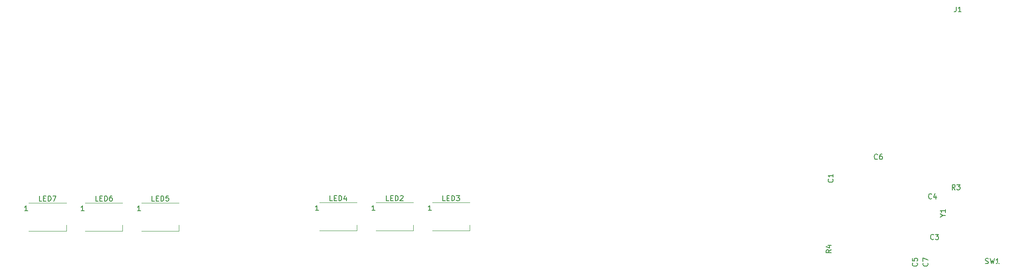
<source format=gbr>
%TF.GenerationSoftware,KiCad,Pcbnew,(6.99.0-5337-gc57e6db79a-dirty)*%
%TF.CreationDate,2023-01-13T11:17:16-05:00*%
%TF.ProjectId,hhkb,68686b62-2e6b-4696-9361-645f70636258,rev?*%
%TF.SameCoordinates,Original*%
%TF.FileFunction,Legend,Top*%
%TF.FilePolarity,Positive*%
%FSLAX46Y46*%
G04 Gerber Fmt 4.6, Leading zero omitted, Abs format (unit mm)*
G04 Created by KiCad (PCBNEW (6.99.0-5337-gc57e6db79a-dirty)) date 2023-01-13 11:17:16*
%MOMM*%
%LPD*%
G01*
G04 APERTURE LIST*
%ADD10C,0.150000*%
%ADD11C,0.120000*%
%ADD12R,1.500000X1.000000*%
%ADD13O,1.070000X1.800000*%
%ADD14R,1.070000X1.800000*%
%ADD15C,1.750000*%
%ADD16C,3.987800*%
%ADD17C,3.048000*%
%TA.AperFunction,Profile*%
%ADD18C,0.150000*%
%TD*%
G04 APERTURE END LIST*
D10*
%TO.C,LED2*%
X166170952Y-83887380D02*
X165694762Y-83887380D01*
X165694762Y-83887380D02*
X165694762Y-82887380D01*
X166504286Y-83363571D02*
X166837619Y-83363571D01*
X166980476Y-83887380D02*
X166504286Y-83887380D01*
X166504286Y-83887380D02*
X166504286Y-82887380D01*
X166504286Y-82887380D02*
X166980476Y-82887380D01*
X167409048Y-83887380D02*
X167409048Y-82887380D01*
X167409048Y-82887380D02*
X167647143Y-82887380D01*
X167647143Y-82887380D02*
X167790000Y-82935000D01*
X167790000Y-82935000D02*
X167885238Y-83030238D01*
X167885238Y-83030238D02*
X167932857Y-83125476D01*
X167932857Y-83125476D02*
X167980476Y-83315952D01*
X167980476Y-83315952D02*
X167980476Y-83458809D01*
X167980476Y-83458809D02*
X167932857Y-83649285D01*
X167932857Y-83649285D02*
X167885238Y-83744523D01*
X167885238Y-83744523D02*
X167790000Y-83839761D01*
X167790000Y-83839761D02*
X167647143Y-83887380D01*
X167647143Y-83887380D02*
X167409048Y-83887380D01*
X168361429Y-82982619D02*
X168409048Y-82935000D01*
X168409048Y-82935000D02*
X168504286Y-82887380D01*
X168504286Y-82887380D02*
X168742381Y-82887380D01*
X168742381Y-82887380D02*
X168837619Y-82935000D01*
X168837619Y-82935000D02*
X168885238Y-82982619D01*
X168885238Y-82982619D02*
X168932857Y-83077857D01*
X168932857Y-83077857D02*
X168932857Y-83173095D01*
X168932857Y-83173095D02*
X168885238Y-83315952D01*
X168885238Y-83315952D02*
X168313810Y-83887380D01*
X168313810Y-83887380D02*
X168932857Y-83887380D01*
X163425714Y-85787380D02*
X162854286Y-85787380D01*
X163140000Y-85787380D02*
X163140000Y-84787380D01*
X163140000Y-84787380D02*
X163044762Y-84930238D01*
X163044762Y-84930238D02*
X162949524Y-85025476D01*
X162949524Y-85025476D02*
X162854286Y-85073095D01*
%TO.C,LED3*%
X177170952Y-83887380D02*
X176694762Y-83887380D01*
X176694762Y-83887380D02*
X176694762Y-82887380D01*
X177504286Y-83363571D02*
X177837619Y-83363571D01*
X177980476Y-83887380D02*
X177504286Y-83887380D01*
X177504286Y-83887380D02*
X177504286Y-82887380D01*
X177504286Y-82887380D02*
X177980476Y-82887380D01*
X178409048Y-83887380D02*
X178409048Y-82887380D01*
X178409048Y-82887380D02*
X178647143Y-82887380D01*
X178647143Y-82887380D02*
X178790000Y-82935000D01*
X178790000Y-82935000D02*
X178885238Y-83030238D01*
X178885238Y-83030238D02*
X178932857Y-83125476D01*
X178932857Y-83125476D02*
X178980476Y-83315952D01*
X178980476Y-83315952D02*
X178980476Y-83458809D01*
X178980476Y-83458809D02*
X178932857Y-83649285D01*
X178932857Y-83649285D02*
X178885238Y-83744523D01*
X178885238Y-83744523D02*
X178790000Y-83839761D01*
X178790000Y-83839761D02*
X178647143Y-83887380D01*
X178647143Y-83887380D02*
X178409048Y-83887380D01*
X179313810Y-82887380D02*
X179932857Y-82887380D01*
X179932857Y-82887380D02*
X179599524Y-83268333D01*
X179599524Y-83268333D02*
X179742381Y-83268333D01*
X179742381Y-83268333D02*
X179837619Y-83315952D01*
X179837619Y-83315952D02*
X179885238Y-83363571D01*
X179885238Y-83363571D02*
X179932857Y-83458809D01*
X179932857Y-83458809D02*
X179932857Y-83696904D01*
X179932857Y-83696904D02*
X179885238Y-83792142D01*
X179885238Y-83792142D02*
X179837619Y-83839761D01*
X179837619Y-83839761D02*
X179742381Y-83887380D01*
X179742381Y-83887380D02*
X179456667Y-83887380D01*
X179456667Y-83887380D02*
X179361429Y-83839761D01*
X179361429Y-83839761D02*
X179313810Y-83792142D01*
X174425714Y-85787380D02*
X173854286Y-85787380D01*
X174140000Y-85787380D02*
X174140000Y-84787380D01*
X174140000Y-84787380D02*
X174044762Y-84930238D01*
X174044762Y-84930238D02*
X173949524Y-85025476D01*
X173949524Y-85025476D02*
X173854286Y-85073095D01*
%TO.C,LED7*%
X98455952Y-83937380D02*
X97979762Y-83937380D01*
X97979762Y-83937380D02*
X97979762Y-82937380D01*
X98789286Y-83413571D02*
X99122619Y-83413571D01*
X99265476Y-83937380D02*
X98789286Y-83937380D01*
X98789286Y-83937380D02*
X98789286Y-82937380D01*
X98789286Y-82937380D02*
X99265476Y-82937380D01*
X99694048Y-83937380D02*
X99694048Y-82937380D01*
X99694048Y-82937380D02*
X99932143Y-82937380D01*
X99932143Y-82937380D02*
X100075000Y-82985000D01*
X100075000Y-82985000D02*
X100170238Y-83080238D01*
X100170238Y-83080238D02*
X100217857Y-83175476D01*
X100217857Y-83175476D02*
X100265476Y-83365952D01*
X100265476Y-83365952D02*
X100265476Y-83508809D01*
X100265476Y-83508809D02*
X100217857Y-83699285D01*
X100217857Y-83699285D02*
X100170238Y-83794523D01*
X100170238Y-83794523D02*
X100075000Y-83889761D01*
X100075000Y-83889761D02*
X99932143Y-83937380D01*
X99932143Y-83937380D02*
X99694048Y-83937380D01*
X100598810Y-82937380D02*
X101265476Y-82937380D01*
X101265476Y-82937380D02*
X100836905Y-83937380D01*
X95710714Y-85837380D02*
X95139286Y-85837380D01*
X95425000Y-85837380D02*
X95425000Y-84837380D01*
X95425000Y-84837380D02*
X95329762Y-84980238D01*
X95329762Y-84980238D02*
X95234524Y-85075476D01*
X95234524Y-85075476D02*
X95139286Y-85123095D01*
%TO.C,LED5*%
X120455952Y-83937380D02*
X119979762Y-83937380D01*
X119979762Y-83937380D02*
X119979762Y-82937380D01*
X120789286Y-83413571D02*
X121122619Y-83413571D01*
X121265476Y-83937380D02*
X120789286Y-83937380D01*
X120789286Y-83937380D02*
X120789286Y-82937380D01*
X120789286Y-82937380D02*
X121265476Y-82937380D01*
X121694048Y-83937380D02*
X121694048Y-82937380D01*
X121694048Y-82937380D02*
X121932143Y-82937380D01*
X121932143Y-82937380D02*
X122075000Y-82985000D01*
X122075000Y-82985000D02*
X122170238Y-83080238D01*
X122170238Y-83080238D02*
X122217857Y-83175476D01*
X122217857Y-83175476D02*
X122265476Y-83365952D01*
X122265476Y-83365952D02*
X122265476Y-83508809D01*
X122265476Y-83508809D02*
X122217857Y-83699285D01*
X122217857Y-83699285D02*
X122170238Y-83794523D01*
X122170238Y-83794523D02*
X122075000Y-83889761D01*
X122075000Y-83889761D02*
X121932143Y-83937380D01*
X121932143Y-83937380D02*
X121694048Y-83937380D01*
X123170238Y-82937380D02*
X122694048Y-82937380D01*
X122694048Y-82937380D02*
X122646429Y-83413571D01*
X122646429Y-83413571D02*
X122694048Y-83365952D01*
X122694048Y-83365952D02*
X122789286Y-83318333D01*
X122789286Y-83318333D02*
X123027381Y-83318333D01*
X123027381Y-83318333D02*
X123122619Y-83365952D01*
X123122619Y-83365952D02*
X123170238Y-83413571D01*
X123170238Y-83413571D02*
X123217857Y-83508809D01*
X123217857Y-83508809D02*
X123217857Y-83746904D01*
X123217857Y-83746904D02*
X123170238Y-83842142D01*
X123170238Y-83842142D02*
X123122619Y-83889761D01*
X123122619Y-83889761D02*
X123027381Y-83937380D01*
X123027381Y-83937380D02*
X122789286Y-83937380D01*
X122789286Y-83937380D02*
X122694048Y-83889761D01*
X122694048Y-83889761D02*
X122646429Y-83842142D01*
X117710714Y-85837380D02*
X117139286Y-85837380D01*
X117425000Y-85837380D02*
X117425000Y-84837380D01*
X117425000Y-84837380D02*
X117329762Y-84980238D01*
X117329762Y-84980238D02*
X117234524Y-85075476D01*
X117234524Y-85075476D02*
X117139286Y-85123095D01*
%TO.C,LED6*%
X109455952Y-83937380D02*
X108979762Y-83937380D01*
X108979762Y-83937380D02*
X108979762Y-82937380D01*
X109789286Y-83413571D02*
X110122619Y-83413571D01*
X110265476Y-83937380D02*
X109789286Y-83937380D01*
X109789286Y-83937380D02*
X109789286Y-82937380D01*
X109789286Y-82937380D02*
X110265476Y-82937380D01*
X110694048Y-83937380D02*
X110694048Y-82937380D01*
X110694048Y-82937380D02*
X110932143Y-82937380D01*
X110932143Y-82937380D02*
X111075000Y-82985000D01*
X111075000Y-82985000D02*
X111170238Y-83080238D01*
X111170238Y-83080238D02*
X111217857Y-83175476D01*
X111217857Y-83175476D02*
X111265476Y-83365952D01*
X111265476Y-83365952D02*
X111265476Y-83508809D01*
X111265476Y-83508809D02*
X111217857Y-83699285D01*
X111217857Y-83699285D02*
X111170238Y-83794523D01*
X111170238Y-83794523D02*
X111075000Y-83889761D01*
X111075000Y-83889761D02*
X110932143Y-83937380D01*
X110932143Y-83937380D02*
X110694048Y-83937380D01*
X112122619Y-82937380D02*
X111932143Y-82937380D01*
X111932143Y-82937380D02*
X111836905Y-82985000D01*
X111836905Y-82985000D02*
X111789286Y-83032619D01*
X111789286Y-83032619D02*
X111694048Y-83175476D01*
X111694048Y-83175476D02*
X111646429Y-83365952D01*
X111646429Y-83365952D02*
X111646429Y-83746904D01*
X111646429Y-83746904D02*
X111694048Y-83842142D01*
X111694048Y-83842142D02*
X111741667Y-83889761D01*
X111741667Y-83889761D02*
X111836905Y-83937380D01*
X111836905Y-83937380D02*
X112027381Y-83937380D01*
X112027381Y-83937380D02*
X112122619Y-83889761D01*
X112122619Y-83889761D02*
X112170238Y-83842142D01*
X112170238Y-83842142D02*
X112217857Y-83746904D01*
X112217857Y-83746904D02*
X112217857Y-83508809D01*
X112217857Y-83508809D02*
X112170238Y-83413571D01*
X112170238Y-83413571D02*
X112122619Y-83365952D01*
X112122619Y-83365952D02*
X112027381Y-83318333D01*
X112027381Y-83318333D02*
X111836905Y-83318333D01*
X111836905Y-83318333D02*
X111741667Y-83365952D01*
X111741667Y-83365952D02*
X111694048Y-83413571D01*
X111694048Y-83413571D02*
X111646429Y-83508809D01*
X106710714Y-85837380D02*
X106139286Y-85837380D01*
X106425000Y-85837380D02*
X106425000Y-84837380D01*
X106425000Y-84837380D02*
X106329762Y-84980238D01*
X106329762Y-84980238D02*
X106234524Y-85075476D01*
X106234524Y-85075476D02*
X106139286Y-85123095D01*
%TO.C,LED4*%
X155170952Y-83887380D02*
X154694762Y-83887380D01*
X154694762Y-83887380D02*
X154694762Y-82887380D01*
X155504286Y-83363571D02*
X155837619Y-83363571D01*
X155980476Y-83887380D02*
X155504286Y-83887380D01*
X155504286Y-83887380D02*
X155504286Y-82887380D01*
X155504286Y-82887380D02*
X155980476Y-82887380D01*
X156409048Y-83887380D02*
X156409048Y-82887380D01*
X156409048Y-82887380D02*
X156647143Y-82887380D01*
X156647143Y-82887380D02*
X156790000Y-82935000D01*
X156790000Y-82935000D02*
X156885238Y-83030238D01*
X156885238Y-83030238D02*
X156932857Y-83125476D01*
X156932857Y-83125476D02*
X156980476Y-83315952D01*
X156980476Y-83315952D02*
X156980476Y-83458809D01*
X156980476Y-83458809D02*
X156932857Y-83649285D01*
X156932857Y-83649285D02*
X156885238Y-83744523D01*
X156885238Y-83744523D02*
X156790000Y-83839761D01*
X156790000Y-83839761D02*
X156647143Y-83887380D01*
X156647143Y-83887380D02*
X156409048Y-83887380D01*
X157837619Y-83220714D02*
X157837619Y-83887380D01*
X157599524Y-82839761D02*
X157361429Y-83554047D01*
X157361429Y-83554047D02*
X157980476Y-83554047D01*
X152425714Y-85787380D02*
X151854286Y-85787380D01*
X152140000Y-85787380D02*
X152140000Y-84787380D01*
X152140000Y-84787380D02*
X152044762Y-84930238D01*
X152044762Y-84930238D02*
X151949524Y-85025476D01*
X151949524Y-85025476D02*
X151854286Y-85073095D01*
%TO.C,SW1*%
X282516667Y-96137761D02*
X282659524Y-96185380D01*
X282659524Y-96185380D02*
X282897619Y-96185380D01*
X282897619Y-96185380D02*
X282992857Y-96137761D01*
X282992857Y-96137761D02*
X283040476Y-96090142D01*
X283040476Y-96090142D02*
X283088095Y-95994904D01*
X283088095Y-95994904D02*
X283088095Y-95899666D01*
X283088095Y-95899666D02*
X283040476Y-95804428D01*
X283040476Y-95804428D02*
X282992857Y-95756809D01*
X282992857Y-95756809D02*
X282897619Y-95709190D01*
X282897619Y-95709190D02*
X282707143Y-95661571D01*
X282707143Y-95661571D02*
X282611905Y-95613952D01*
X282611905Y-95613952D02*
X282564286Y-95566333D01*
X282564286Y-95566333D02*
X282516667Y-95471095D01*
X282516667Y-95471095D02*
X282516667Y-95375857D01*
X282516667Y-95375857D02*
X282564286Y-95280619D01*
X282564286Y-95280619D02*
X282611905Y-95233000D01*
X282611905Y-95233000D02*
X282707143Y-95185380D01*
X282707143Y-95185380D02*
X282945238Y-95185380D01*
X282945238Y-95185380D02*
X283088095Y-95233000D01*
X283421429Y-95185380D02*
X283659524Y-96185380D01*
X283659524Y-96185380D02*
X283850000Y-95471095D01*
X283850000Y-95471095D02*
X284040476Y-96185380D01*
X284040476Y-96185380D02*
X284278572Y-95185380D01*
X285183333Y-96185380D02*
X284611905Y-96185380D01*
X284897619Y-96185380D02*
X284897619Y-95185380D01*
X284897619Y-95185380D02*
X284802381Y-95328238D01*
X284802381Y-95328238D02*
X284707143Y-95423476D01*
X284707143Y-95423476D02*
X284611905Y-95471095D01*
%TO.C,C1*%
X252717517Y-79655291D02*
X252765136Y-79702910D01*
X252765136Y-79702910D02*
X252812755Y-79845767D01*
X252812755Y-79845767D02*
X252812755Y-79941005D01*
X252812755Y-79941005D02*
X252765136Y-80083862D01*
X252765136Y-80083862D02*
X252669898Y-80179100D01*
X252669898Y-80179100D02*
X252574660Y-80226719D01*
X252574660Y-80226719D02*
X252384184Y-80274338D01*
X252384184Y-80274338D02*
X252241327Y-80274338D01*
X252241327Y-80274338D02*
X252050851Y-80226719D01*
X252050851Y-80226719D02*
X251955613Y-80179100D01*
X251955613Y-80179100D02*
X251860375Y-80083862D01*
X251860375Y-80083862D02*
X251812755Y-79941005D01*
X251812755Y-79941005D02*
X251812755Y-79845767D01*
X251812755Y-79845767D02*
X251860375Y-79702910D01*
X251860375Y-79702910D02*
X251907994Y-79655291D01*
X252812755Y-78702910D02*
X252812755Y-79274338D01*
X252812755Y-78988624D02*
X251812755Y-78988624D01*
X251812755Y-78988624D02*
X251955613Y-79083862D01*
X251955613Y-79083862D02*
X252050851Y-79179100D01*
X252050851Y-79179100D02*
X252098470Y-79274338D01*
%TO.C,C5*%
X269162142Y-96066666D02*
X269209761Y-96114285D01*
X269209761Y-96114285D02*
X269257380Y-96257142D01*
X269257380Y-96257142D02*
X269257380Y-96352380D01*
X269257380Y-96352380D02*
X269209761Y-96495237D01*
X269209761Y-96495237D02*
X269114523Y-96590475D01*
X269114523Y-96590475D02*
X269019285Y-96638094D01*
X269019285Y-96638094D02*
X268828809Y-96685713D01*
X268828809Y-96685713D02*
X268685952Y-96685713D01*
X268685952Y-96685713D02*
X268495476Y-96638094D01*
X268495476Y-96638094D02*
X268400238Y-96590475D01*
X268400238Y-96590475D02*
X268305000Y-96495237D01*
X268305000Y-96495237D02*
X268257380Y-96352380D01*
X268257380Y-96352380D02*
X268257380Y-96257142D01*
X268257380Y-96257142D02*
X268305000Y-96114285D01*
X268305000Y-96114285D02*
X268352619Y-96066666D01*
X268257380Y-95161904D02*
X268257380Y-95638094D01*
X268257380Y-95638094D02*
X268733571Y-95685713D01*
X268733571Y-95685713D02*
X268685952Y-95638094D01*
X268685952Y-95638094D02*
X268638333Y-95542856D01*
X268638333Y-95542856D02*
X268638333Y-95304761D01*
X268638333Y-95304761D02*
X268685952Y-95209523D01*
X268685952Y-95209523D02*
X268733571Y-95161904D01*
X268733571Y-95161904D02*
X268828809Y-95114285D01*
X268828809Y-95114285D02*
X269066904Y-95114285D01*
X269066904Y-95114285D02*
X269162142Y-95161904D01*
X269162142Y-95161904D02*
X269209761Y-95209523D01*
X269209761Y-95209523D02*
X269257380Y-95304761D01*
X269257380Y-95304761D02*
X269257380Y-95542856D01*
X269257380Y-95542856D02*
X269209761Y-95638094D01*
X269209761Y-95638094D02*
X269162142Y-95685713D01*
%TO.C,C6*%
X261463333Y-75692142D02*
X261415714Y-75739761D01*
X261415714Y-75739761D02*
X261272857Y-75787380D01*
X261272857Y-75787380D02*
X261177619Y-75787380D01*
X261177619Y-75787380D02*
X261034762Y-75739761D01*
X261034762Y-75739761D02*
X260939524Y-75644523D01*
X260939524Y-75644523D02*
X260891905Y-75549285D01*
X260891905Y-75549285D02*
X260844286Y-75358809D01*
X260844286Y-75358809D02*
X260844286Y-75215952D01*
X260844286Y-75215952D02*
X260891905Y-75025476D01*
X260891905Y-75025476D02*
X260939524Y-74930238D01*
X260939524Y-74930238D02*
X261034762Y-74835000D01*
X261034762Y-74835000D02*
X261177619Y-74787380D01*
X261177619Y-74787380D02*
X261272857Y-74787380D01*
X261272857Y-74787380D02*
X261415714Y-74835000D01*
X261415714Y-74835000D02*
X261463333Y-74882619D01*
X262320476Y-74787380D02*
X262130000Y-74787380D01*
X262130000Y-74787380D02*
X262034762Y-74835000D01*
X262034762Y-74835000D02*
X261987143Y-74882619D01*
X261987143Y-74882619D02*
X261891905Y-75025476D01*
X261891905Y-75025476D02*
X261844286Y-75215952D01*
X261844286Y-75215952D02*
X261844286Y-75596904D01*
X261844286Y-75596904D02*
X261891905Y-75692142D01*
X261891905Y-75692142D02*
X261939524Y-75739761D01*
X261939524Y-75739761D02*
X262034762Y-75787380D01*
X262034762Y-75787380D02*
X262225238Y-75787380D01*
X262225238Y-75787380D02*
X262320476Y-75739761D01*
X262320476Y-75739761D02*
X262368095Y-75692142D01*
X262368095Y-75692142D02*
X262415714Y-75596904D01*
X262415714Y-75596904D02*
X262415714Y-75358809D01*
X262415714Y-75358809D02*
X262368095Y-75263571D01*
X262368095Y-75263571D02*
X262320476Y-75215952D01*
X262320476Y-75215952D02*
X262225238Y-75168333D01*
X262225238Y-75168333D02*
X262034762Y-75168333D01*
X262034762Y-75168333D02*
X261939524Y-75215952D01*
X261939524Y-75215952D02*
X261891905Y-75263571D01*
X261891905Y-75263571D02*
X261844286Y-75358809D01*
%TO.C,C7*%
X271222142Y-96066666D02*
X271269761Y-96114285D01*
X271269761Y-96114285D02*
X271317380Y-96257142D01*
X271317380Y-96257142D02*
X271317380Y-96352380D01*
X271317380Y-96352380D02*
X271269761Y-96495237D01*
X271269761Y-96495237D02*
X271174523Y-96590475D01*
X271174523Y-96590475D02*
X271079285Y-96638094D01*
X271079285Y-96638094D02*
X270888809Y-96685713D01*
X270888809Y-96685713D02*
X270745952Y-96685713D01*
X270745952Y-96685713D02*
X270555476Y-96638094D01*
X270555476Y-96638094D02*
X270460238Y-96590475D01*
X270460238Y-96590475D02*
X270365000Y-96495237D01*
X270365000Y-96495237D02*
X270317380Y-96352380D01*
X270317380Y-96352380D02*
X270317380Y-96257142D01*
X270317380Y-96257142D02*
X270365000Y-96114285D01*
X270365000Y-96114285D02*
X270412619Y-96066666D01*
X270317380Y-95733332D02*
X270317380Y-95066666D01*
X270317380Y-95066666D02*
X271317380Y-95495237D01*
%TO.C,J1*%
X276796666Y-45932380D02*
X276796666Y-46646666D01*
X276796666Y-46646666D02*
X276749047Y-46789523D01*
X276749047Y-46789523D02*
X276653809Y-46884761D01*
X276653809Y-46884761D02*
X276510952Y-46932380D01*
X276510952Y-46932380D02*
X276415714Y-46932380D01*
X277796666Y-46932380D02*
X277225238Y-46932380D01*
X277510952Y-46932380D02*
X277510952Y-45932380D01*
X277510952Y-45932380D02*
X277415714Y-46075238D01*
X277415714Y-46075238D02*
X277320476Y-46170476D01*
X277320476Y-46170476D02*
X277225238Y-46218095D01*
%TO.C,R3*%
X276603333Y-81737380D02*
X276270000Y-81261190D01*
X276031905Y-81737380D02*
X276031905Y-80737380D01*
X276031905Y-80737380D02*
X276412857Y-80737380D01*
X276412857Y-80737380D02*
X276508095Y-80785000D01*
X276508095Y-80785000D02*
X276555714Y-80832619D01*
X276555714Y-80832619D02*
X276603333Y-80927857D01*
X276603333Y-80927857D02*
X276603333Y-81070714D01*
X276603333Y-81070714D02*
X276555714Y-81165952D01*
X276555714Y-81165952D02*
X276508095Y-81213571D01*
X276508095Y-81213571D02*
X276412857Y-81261190D01*
X276412857Y-81261190D02*
X276031905Y-81261190D01*
X276936667Y-80737380D02*
X277555714Y-80737380D01*
X277555714Y-80737380D02*
X277222381Y-81118333D01*
X277222381Y-81118333D02*
X277365238Y-81118333D01*
X277365238Y-81118333D02*
X277460476Y-81165952D01*
X277460476Y-81165952D02*
X277508095Y-81213571D01*
X277508095Y-81213571D02*
X277555714Y-81308809D01*
X277555714Y-81308809D02*
X277555714Y-81546904D01*
X277555714Y-81546904D02*
X277508095Y-81642142D01*
X277508095Y-81642142D02*
X277460476Y-81689761D01*
X277460476Y-81689761D02*
X277365238Y-81737380D01*
X277365238Y-81737380D02*
X277079524Y-81737380D01*
X277079524Y-81737380D02*
X276984286Y-81689761D01*
X276984286Y-81689761D02*
X276936667Y-81642142D01*
%TO.C,R4*%
X252437380Y-93496666D02*
X251961190Y-93829999D01*
X252437380Y-94068094D02*
X251437380Y-94068094D01*
X251437380Y-94068094D02*
X251437380Y-93687142D01*
X251437380Y-93687142D02*
X251485000Y-93591904D01*
X251485000Y-93591904D02*
X251532619Y-93544285D01*
X251532619Y-93544285D02*
X251627857Y-93496666D01*
X251627857Y-93496666D02*
X251770714Y-93496666D01*
X251770714Y-93496666D02*
X251865952Y-93544285D01*
X251865952Y-93544285D02*
X251913571Y-93591904D01*
X251913571Y-93591904D02*
X251961190Y-93687142D01*
X251961190Y-93687142D02*
X251961190Y-94068094D01*
X251770714Y-92639523D02*
X252437380Y-92639523D01*
X251389761Y-92877618D02*
X252104047Y-93115713D01*
X252104047Y-93115713D02*
X252104047Y-92496666D01*
%TO.C,Y1*%
X274208815Y-86761315D02*
X274685005Y-86761315D01*
X273685005Y-87094648D02*
X274208815Y-86761315D01*
X274208815Y-86761315D02*
X273685005Y-86427982D01*
X274685005Y-85570839D02*
X274685005Y-86142267D01*
X274685005Y-85856553D02*
X273685005Y-85856553D01*
X273685005Y-85856553D02*
X273827863Y-85951791D01*
X273827863Y-85951791D02*
X273923101Y-86047029D01*
X273923101Y-86047029D02*
X273970720Y-86142267D01*
%TO.C,C3*%
X272423333Y-91382142D02*
X272375714Y-91429761D01*
X272375714Y-91429761D02*
X272232857Y-91477380D01*
X272232857Y-91477380D02*
X272137619Y-91477380D01*
X272137619Y-91477380D02*
X271994762Y-91429761D01*
X271994762Y-91429761D02*
X271899524Y-91334523D01*
X271899524Y-91334523D02*
X271851905Y-91239285D01*
X271851905Y-91239285D02*
X271804286Y-91048809D01*
X271804286Y-91048809D02*
X271804286Y-90905952D01*
X271804286Y-90905952D02*
X271851905Y-90715476D01*
X271851905Y-90715476D02*
X271899524Y-90620238D01*
X271899524Y-90620238D02*
X271994762Y-90525000D01*
X271994762Y-90525000D02*
X272137619Y-90477380D01*
X272137619Y-90477380D02*
X272232857Y-90477380D01*
X272232857Y-90477380D02*
X272375714Y-90525000D01*
X272375714Y-90525000D02*
X272423333Y-90572619D01*
X272756667Y-90477380D02*
X273375714Y-90477380D01*
X273375714Y-90477380D02*
X273042381Y-90858333D01*
X273042381Y-90858333D02*
X273185238Y-90858333D01*
X273185238Y-90858333D02*
X273280476Y-90905952D01*
X273280476Y-90905952D02*
X273328095Y-90953571D01*
X273328095Y-90953571D02*
X273375714Y-91048809D01*
X273375714Y-91048809D02*
X273375714Y-91286904D01*
X273375714Y-91286904D02*
X273328095Y-91382142D01*
X273328095Y-91382142D02*
X273280476Y-91429761D01*
X273280476Y-91429761D02*
X273185238Y-91477380D01*
X273185238Y-91477380D02*
X272899524Y-91477380D01*
X272899524Y-91477380D02*
X272804286Y-91429761D01*
X272804286Y-91429761D02*
X272756667Y-91382142D01*
%TO.C,C4*%
X272033333Y-83422142D02*
X271985714Y-83469761D01*
X271985714Y-83469761D02*
X271842857Y-83517380D01*
X271842857Y-83517380D02*
X271747619Y-83517380D01*
X271747619Y-83517380D02*
X271604762Y-83469761D01*
X271604762Y-83469761D02*
X271509524Y-83374523D01*
X271509524Y-83374523D02*
X271461905Y-83279285D01*
X271461905Y-83279285D02*
X271414286Y-83088809D01*
X271414286Y-83088809D02*
X271414286Y-82945952D01*
X271414286Y-82945952D02*
X271461905Y-82755476D01*
X271461905Y-82755476D02*
X271509524Y-82660238D01*
X271509524Y-82660238D02*
X271604762Y-82565000D01*
X271604762Y-82565000D02*
X271747619Y-82517380D01*
X271747619Y-82517380D02*
X271842857Y-82517380D01*
X271842857Y-82517380D02*
X271985714Y-82565000D01*
X271985714Y-82565000D02*
X272033333Y-82612619D01*
X272890476Y-82850714D02*
X272890476Y-83517380D01*
X272652381Y-82469761D02*
X272414286Y-83184047D01*
X272414286Y-83184047D02*
X273033333Y-83184047D01*
D11*
%TO.C,LED2*%
X163640000Y-84270000D02*
X170940000Y-84270000D01*
X163640000Y-89770000D02*
X170940000Y-89770000D01*
X170940000Y-89770000D02*
X170940000Y-88620000D01*
%TO.C,LED3*%
X174640000Y-84270000D02*
X181940000Y-84270000D01*
X174640000Y-89770000D02*
X181940000Y-89770000D01*
X181940000Y-89770000D02*
X181940000Y-88620000D01*
%TO.C,LED7*%
X95925000Y-84320000D02*
X103225000Y-84320000D01*
X95925000Y-89820000D02*
X103225000Y-89820000D01*
X103225000Y-89820000D02*
X103225000Y-88670000D01*
%TO.C,LED5*%
X117925000Y-84320000D02*
X125225000Y-84320000D01*
X117925000Y-89820000D02*
X125225000Y-89820000D01*
X125225000Y-89820000D02*
X125225000Y-88670000D01*
%TO.C,LED6*%
X106925000Y-84320000D02*
X114225000Y-84320000D01*
X106925000Y-89820000D02*
X114225000Y-89820000D01*
X114225000Y-89820000D02*
X114225000Y-88670000D01*
%TO.C,LED4*%
X152640000Y-84270000D02*
X159940000Y-84270000D01*
X152640000Y-89770000D02*
X159940000Y-89770000D01*
X159940000Y-89770000D02*
X159940000Y-88620000D01*
%TD*%
%LPC*%
D12*
%TO.C,LED2*%
X164839999Y-85419999D03*
D13*
X167924999Y-87019999D03*
D12*
X164839999Y-88619999D03*
D13*
X165384999Y-87019999D03*
D14*
X166654999Y-87019999D03*
D12*
X169739999Y-88619999D03*
D13*
X169194999Y-87019999D03*
D12*
X169739999Y-85419999D03*
%TD*%
%TO.C,LED3*%
X175839999Y-85419999D03*
D13*
X178924999Y-87019999D03*
D12*
X175839999Y-88619999D03*
D13*
X176384999Y-87019999D03*
D14*
X177654999Y-87019999D03*
D12*
X180739999Y-88619999D03*
D13*
X180194999Y-87019999D03*
D12*
X180739999Y-85419999D03*
%TD*%
D15*
%TO.C,SW_0*%
X194131000Y-10703500D03*
D16*
X199211000Y-10703500D03*
D15*
X204291000Y-10703500D03*
%TD*%
%TO.C,SW_1*%
X22681000Y-10703500D03*
D16*
X27761000Y-10703500D03*
D15*
X32841000Y-10703500D03*
%TD*%
%TO.C,SW_2*%
X41731000Y-10703500D03*
D16*
X46811000Y-10703500D03*
D15*
X51891000Y-10703500D03*
%TD*%
%TO.C,SW_3*%
X60781000Y-10703500D03*
D16*
X65861000Y-10703500D03*
D15*
X70941000Y-10703500D03*
%TD*%
%TO.C,SW_6*%
X117931000Y-10703500D03*
D16*
X123011000Y-10703500D03*
D15*
X128091000Y-10703500D03*
%TD*%
%TO.C,SW_7*%
X136981000Y-10703500D03*
D16*
X142061000Y-10703500D03*
D15*
X147141000Y-10703500D03*
%TD*%
%TO.C,SW_8*%
X156031000Y-10703500D03*
D16*
X161111000Y-10703500D03*
D15*
X166191000Y-10703500D03*
%TD*%
%TO.C,SW_9*%
X175081000Y-10703500D03*
D16*
X180161000Y-10703500D03*
D15*
X185241000Y-10703500D03*
%TD*%
%TO.C,SW_A1*%
X36968500Y-48803500D03*
D16*
X42048500Y-48803500D03*
D15*
X47128500Y-48803500D03*
%TD*%
%TO.C,SW_APOS1*%
X227468500Y-48803500D03*
D16*
X232548500Y-48803500D03*
D15*
X237628500Y-48803500D03*
%TD*%
%TO.C,SW_B1*%
X122693500Y-67853500D03*
D16*
X127773500Y-67853500D03*
D15*
X132853500Y-67853500D03*
%TD*%
%TO.C,SW_BACKSP1*%
X265568500Y-29753500D03*
D16*
X270648500Y-29753500D03*
D15*
X275728500Y-29753500D03*
%TD*%
%TO.C,SW_BKSLS1*%
X251281000Y-10703500D03*
D16*
X256361000Y-10703500D03*
D15*
X261441000Y-10703500D03*
%TD*%
%TO.C,SW_C1*%
X84593500Y-67853500D03*
D16*
X89673500Y-67853500D03*
D15*
X94753500Y-67853500D03*
%TD*%
%TO.C,SW_CAP1*%
X10774750Y-48803500D03*
D16*
X15854750Y-48803500D03*
D15*
X20934750Y-48803500D03*
%TD*%
%TO.C,SW_COLON1*%
X208418500Y-48803500D03*
D16*
X213498500Y-48803500D03*
D15*
X218578500Y-48803500D03*
%TD*%
%TO.C,SW_COMMA1*%
X179843500Y-67853500D03*
D16*
X184923500Y-67853500D03*
D15*
X190003500Y-67853500D03*
%TD*%
%TO.C,SW_D1*%
X75068500Y-48803500D03*
D16*
X80148500Y-48803500D03*
D15*
X85228500Y-48803500D03*
%TD*%
%TO.C,SW_E1*%
X70306000Y-29753500D03*
D16*
X75386000Y-29753500D03*
D15*
X80466000Y-29753500D03*
%TD*%
%TO.C,SW_ENTER1*%
X258424750Y-48803500D03*
D16*
X263504750Y-48803500D03*
D15*
X268584750Y-48803500D03*
%TD*%
%TO.C,SW_EQ1*%
X232231000Y-10703500D03*
D16*
X237311000Y-10703500D03*
D15*
X242391000Y-10703500D03*
%TD*%
%TO.C,SW_F1*%
X94118500Y-48803500D03*
D16*
X99198500Y-48803500D03*
D15*
X104278500Y-48803500D03*
%TD*%
%TO.C,SW_G1*%
X113168500Y-48803500D03*
D16*
X118248500Y-48803500D03*
D15*
X123328500Y-48803500D03*
%TD*%
%TO.C,SW_H1*%
X132218500Y-48803500D03*
D16*
X137298500Y-48803500D03*
D15*
X142378500Y-48803500D03*
%TD*%
%TO.C,SW_I1*%
X165556000Y-29753500D03*
D16*
X170636000Y-29753500D03*
D15*
X175716000Y-29753500D03*
%TD*%
%TO.C,SW_J1*%
X151268500Y-48803500D03*
D16*
X156348500Y-48803500D03*
D15*
X161428500Y-48803500D03*
%TD*%
%TO.C,SW_K1*%
X170318500Y-48803500D03*
D16*
X175398500Y-48803500D03*
D15*
X180478500Y-48803500D03*
%TD*%
%TO.C,SW_L1*%
X189368500Y-48803500D03*
D16*
X194448500Y-48803500D03*
D15*
X199528500Y-48803500D03*
%TD*%
%TO.C,SW_LALT1*%
X56018500Y-86903500D03*
D16*
X61098500Y-86903500D03*
D15*
X66178500Y-86903500D03*
%TD*%
%TO.C,SW_LBRAC1*%
X222706000Y-29753500D03*
D16*
X227786000Y-29753500D03*
D15*
X232866000Y-29753500D03*
%TD*%
%TO.C,SW_LMOD1*%
X32206000Y-86903500D03*
D16*
X37286000Y-86903500D03*
D15*
X42366000Y-86903500D03*
%TD*%
%TO.C,SW_LSH1*%
X15537250Y-67853500D03*
D16*
X20617250Y-67853500D03*
D15*
X25697250Y-67853500D03*
%TD*%
%TO.C,SW_M1*%
X160793500Y-67853500D03*
D16*
X165873500Y-67853500D03*
D15*
X170953500Y-67853500D03*
%TD*%
%TO.C,SW_MINUS1*%
X213181000Y-10703500D03*
D16*
X218261000Y-10703500D03*
D15*
X223341000Y-10703500D03*
%TD*%
%TO.C,SW_N1*%
X141743500Y-67853500D03*
D16*
X146823500Y-67853500D03*
D15*
X151903500Y-67853500D03*
%TD*%
%TO.C,SW_O1*%
X184606000Y-29753500D03*
D16*
X189686000Y-29753500D03*
D15*
X194766000Y-29753500D03*
%TD*%
%TO.C,SW_P1*%
X203656000Y-29753500D03*
D16*
X208736000Y-29753500D03*
D15*
X213816000Y-29753500D03*
%TD*%
%TO.C,SW_PERIOD1*%
X198893500Y-67853500D03*
D16*
X203973500Y-67853500D03*
D15*
X209053500Y-67853500D03*
%TD*%
%TO.C,SW_Q1*%
X32206000Y-29753500D03*
D16*
X37286000Y-29753500D03*
D15*
X42366000Y-29753500D03*
%TD*%
%TO.C,SW_R1*%
X89356000Y-29753500D03*
D16*
X94436000Y-29753500D03*
D15*
X99516000Y-29753500D03*
%TD*%
%TO.C,SW_RALT1*%
X208418500Y-86903500D03*
D16*
X213498500Y-86903500D03*
D15*
X218578500Y-86903500D03*
%TD*%
%TO.C,SW_RBRAC1*%
X241756000Y-29753500D03*
D16*
X246836000Y-29753500D03*
D15*
X251916000Y-29753500D03*
%TD*%
%TO.C,SW_RFN1*%
X270331000Y-67853500D03*
D16*
X275411000Y-67853500D03*
D15*
X280491000Y-67853500D03*
%TD*%
%TO.C,SW_RMOD1*%
X232231000Y-86903500D03*
D16*
X237311000Y-86903500D03*
D15*
X242391000Y-86903500D03*
%TD*%
%TO.C,SW_RSH1*%
X244137250Y-67853500D03*
D16*
X249217250Y-67853500D03*
D15*
X254297250Y-67853500D03*
%TD*%
%TO.C,SW_S1*%
X56018500Y-48803500D03*
D16*
X61098500Y-48803500D03*
D15*
X66178500Y-48803500D03*
%TD*%
%TO.C,SW_SLASH1*%
X217943500Y-67853500D03*
D16*
X223023500Y-67853500D03*
D15*
X228103500Y-67853500D03*
%TD*%
D16*
%TO.C,SW_SPACE1*%
X87298600Y-78648500D03*
D17*
X87298600Y-93888500D03*
D15*
X132218500Y-86903500D03*
D16*
X137298500Y-86903500D03*
D15*
X142378500Y-86903500D03*
D16*
X187298400Y-78648500D03*
D17*
X187298400Y-93888500D03*
%TD*%
D15*
%TO.C,SW_T1*%
X108406000Y-29753500D03*
D16*
X113486000Y-29753500D03*
D15*
X118566000Y-29753500D03*
%TD*%
%TO.C,SW_TAB1*%
X8393500Y-29753500D03*
D16*
X13473500Y-29753500D03*
D15*
X18553500Y-29753500D03*
%TD*%
%TO.C,SW_ESC1*%
X3631000Y-10703500D03*
D16*
X8711000Y-10703500D03*
D15*
X13791000Y-10703500D03*
%TD*%
%TO.C,SW_U1*%
X146506000Y-29753500D03*
D16*
X151586000Y-29753500D03*
D15*
X156666000Y-29753500D03*
%TD*%
%TO.C,SW_V1*%
X103643500Y-67853500D03*
D16*
X108723500Y-67853500D03*
D15*
X113803500Y-67853500D03*
%TD*%
%TO.C,SW_W1*%
X51256000Y-29753500D03*
D16*
X56336000Y-29753500D03*
D15*
X61416000Y-29753500D03*
%TD*%
%TO.C,SW_X1*%
X65543500Y-67853500D03*
D16*
X70623500Y-67853500D03*
D15*
X75703500Y-67853500D03*
%TD*%
%TO.C,SW_Y1*%
X127456000Y-29753500D03*
D16*
X132536000Y-29753500D03*
D15*
X137616000Y-29753500D03*
%TD*%
%TO.C,SW_Z1*%
X46493500Y-67853500D03*
D16*
X51573500Y-67853500D03*
D15*
X56653500Y-67853500D03*
%TD*%
%TO.C,SW_4*%
X79831000Y-10703500D03*
D16*
X84911000Y-10703500D03*
D15*
X89991000Y-10703500D03*
%TD*%
%TO.C,SW_5*%
X98881000Y-10703500D03*
D16*
X103961000Y-10703500D03*
D15*
X109041000Y-10703500D03*
%TD*%
D12*
%TO.C,LED7*%
X97124999Y-85469999D03*
D13*
X100209999Y-87069999D03*
D12*
X97124999Y-88669999D03*
D13*
X97669999Y-87069999D03*
D14*
X98939999Y-87069999D03*
D12*
X102024999Y-88669999D03*
D13*
X101479999Y-87069999D03*
D12*
X102024999Y-85469999D03*
%TD*%
D15*
%TO.C,SW_TICK1*%
X270331000Y-10703500D03*
D16*
X275411000Y-10703500D03*
D15*
X280491000Y-10703500D03*
%TD*%
D12*
%TO.C,LED5*%
X119124999Y-85469999D03*
D13*
X122209999Y-87069999D03*
D12*
X119124999Y-88669999D03*
D13*
X119669999Y-87069999D03*
D14*
X120939999Y-87069999D03*
D12*
X124024999Y-88669999D03*
D13*
X123479999Y-87069999D03*
D12*
X124024999Y-85469999D03*
%TD*%
%TO.C,LED6*%
X108124999Y-85469999D03*
D13*
X111209999Y-87069999D03*
D12*
X108124999Y-88669999D03*
D13*
X108669999Y-87069999D03*
D14*
X109939999Y-87069999D03*
D12*
X113024999Y-88669999D03*
D13*
X112479999Y-87069999D03*
D12*
X113024999Y-85469999D03*
%TD*%
%TO.C,LED4*%
X153839999Y-85419999D03*
D13*
X156924999Y-87019999D03*
D12*
X153839999Y-88619999D03*
D13*
X154384999Y-87019999D03*
D14*
X155654999Y-87019999D03*
D12*
X158739999Y-88619999D03*
D13*
X158194999Y-87019999D03*
D12*
X158739999Y-85419999D03*
%TD*%
D15*
%TO.C,SW_LCTRL2*%
X13156000Y-86903500D03*
D16*
X18236000Y-86903500D03*
D15*
X23316000Y-86903500D03*
%TD*%
D18*
X281000000Y-100000000D02*
G75*
G03*
X285000000Y-96000000I0J4000000D01*
G01*
X4000000Y0D02*
G75*
G03*
X0Y-4000000I0J-4000000D01*
G01*
X4000000Y-100000000D02*
X281000000Y-100000000D01*
X285000000Y-96000000D02*
X285000000Y-4000000D01*
X0Y-4000000D02*
X0Y-96000000D01*
X285000000Y-4000000D02*
G75*
G03*
X281000000Y0I-4000000J0D01*
G01*
X4000000Y0D02*
X281000000Y0D01*
X0Y-96000000D02*
G75*
G03*
X4000000Y-100000000I4000000J0D01*
G01*
M02*

</source>
